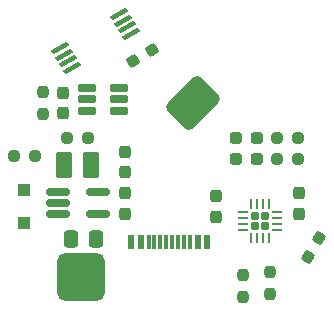
<source format=gbr>
%TF.GenerationSoftware,KiCad,Pcbnew,9.0.6*%
%TF.CreationDate,2026-01-04T02:45:32-08:00*%
%TF.ProjectId,flashlight adapter,666c6173-686c-4696-9768-742061646170,rev?*%
%TF.SameCoordinates,Original*%
%TF.FileFunction,Paste,Top*%
%TF.FilePolarity,Positive*%
%FSLAX46Y46*%
G04 Gerber Fmt 4.6, Leading zero omitted, Abs format (unit mm)*
G04 Created by KiCad (PCBNEW 9.0.6) date 2026-01-04 02:45:32*
%MOMM*%
%LPD*%
G01*
G04 APERTURE LIST*
G04 Aperture macros list*
%AMRoundRect*
0 Rectangle with rounded corners*
0 $1 Rounding radius*
0 $2 $3 $4 $5 $6 $7 $8 $9 X,Y pos of 4 corners*
0 Add a 4 corners polygon primitive as box body*
4,1,4,$2,$3,$4,$5,$6,$7,$8,$9,$2,$3,0*
0 Add four circle primitives for the rounded corners*
1,1,$1+$1,$2,$3*
1,1,$1+$1,$4,$5*
1,1,$1+$1,$6,$7*
1,1,$1+$1,$8,$9*
0 Add four rect primitives between the rounded corners*
20,1,$1+$1,$2,$3,$4,$5,0*
20,1,$1+$1,$4,$5,$6,$7,0*
20,1,$1+$1,$6,$7,$8,$9,0*
20,1,$1+$1,$8,$9,$2,$3,0*%
G04 Aperture macros list end*
%ADD10RoundRect,0.172500X0.172500X0.172500X-0.172500X0.172500X-0.172500X-0.172500X0.172500X-0.172500X0*%
%ADD11RoundRect,0.062500X0.375000X0.062500X-0.375000X0.062500X-0.375000X-0.062500X0.375000X-0.062500X0*%
%ADD12RoundRect,0.062500X0.062500X0.375000X-0.062500X0.375000X-0.062500X-0.375000X0.062500X-0.375000X0*%
%ADD13RoundRect,0.050000X-0.557199X-0.494904X0.707199X0.235096X0.557199X0.494904X-0.707199X-0.235096X0*%
%ADD14R,0.300000X1.150000*%
%ADD15R,0.600000X1.150000*%
%ADD16RoundRect,0.450000X1.838478X0.353553X0.353553X1.838478X-1.838478X-0.353553X-0.353553X-1.838478X0*%
%ADD17RoundRect,0.237500X-0.287500X-0.237500X0.287500X-0.237500X0.287500X0.237500X-0.287500X0.237500X0*%
%ADD18RoundRect,0.237500X-0.250000X-0.237500X0.250000X-0.237500X0.250000X0.237500X-0.250000X0.237500X0*%
%ADD19RoundRect,0.162500X0.617500X0.162500X-0.617500X0.162500X-0.617500X-0.162500X0.617500X-0.162500X0*%
%ADD20RoundRect,0.237500X-0.237500X0.300000X-0.237500X-0.300000X0.237500X-0.300000X0.237500X0.300000X0*%
%ADD21RoundRect,0.237500X0.237500X-0.300000X0.237500X0.300000X-0.237500X0.300000X-0.237500X-0.300000X0*%
%ADD22RoundRect,0.237500X-0.237500X0.250000X-0.237500X-0.250000X0.237500X-0.250000X0.237500X0.250000X0*%
%ADD23RoundRect,0.237500X0.237500X-0.250000X0.237500X0.250000X-0.237500X0.250000X-0.237500X-0.250000X0*%
%ADD24RoundRect,0.237500X0.080681X-0.335256X0.330681X0.097756X-0.080681X0.335256X-0.330681X-0.097756X0*%
%ADD25RoundRect,0.237500X-0.097756X-0.330681X0.335256X-0.080681X0.097756X0.330681X-0.335256X0.080681X0*%
%ADD26RoundRect,0.162500X-0.837500X-0.162500X0.837500X-0.162500X0.837500X0.162500X-0.837500X0.162500X0*%
%ADD27RoundRect,0.250000X0.300000X-0.300000X0.300000X0.300000X-0.300000X0.300000X-0.300000X-0.300000X0*%
%ADD28RoundRect,0.250001X0.462499X0.849999X-0.462499X0.849999X-0.462499X-0.849999X0.462499X-0.849999X0*%
%ADD29RoundRect,0.250000X-0.337500X-0.475000X0.337500X-0.475000X0.337500X0.475000X-0.337500X0.475000X0*%
%ADD30RoundRect,0.600000X-1.400000X-1.400000X1.400000X-1.400000X1.400000X1.400000X-1.400000X1.400000X0*%
G04 APERTURE END LIST*
D10*
%TO.C,U1*%
X153587500Y-98400000D03*
X153587500Y-97600000D03*
X152787500Y-98400000D03*
X152787500Y-97600000D03*
D11*
X154625000Y-98750000D03*
X154625000Y-98250000D03*
X154625000Y-97750000D03*
X154625000Y-97250000D03*
D12*
X153937500Y-96562500D03*
X153437500Y-96562500D03*
X152937500Y-96562500D03*
X152437500Y-96562500D03*
D11*
X151750000Y-97250000D03*
X151750000Y-97750000D03*
X151750000Y-98250000D03*
X151750000Y-98750000D03*
D12*
X152437500Y-99437500D03*
X152937500Y-99437500D03*
X153437500Y-99437500D03*
X153937500Y-99437500D03*
%TD*%
D13*
%TO.C,Q1*%
X136268347Y-83345625D03*
X136593347Y-83908542D03*
X136918347Y-84471458D03*
X137243347Y-85034375D03*
X142231653Y-82154375D03*
X141906653Y-81591458D03*
X141581653Y-81028542D03*
X141256653Y-80465625D03*
%TD*%
D14*
%TO.C,J1*%
X143750000Y-99745000D03*
X144750000Y-99745000D03*
X146250000Y-99745000D03*
X147250000Y-99745000D03*
D15*
X147900000Y-99745000D03*
X148700000Y-99745000D03*
D14*
X146750000Y-99745000D03*
X145750000Y-99745000D03*
X145250000Y-99745000D03*
X144250000Y-99745000D03*
D15*
X143100000Y-99745000D03*
X142300000Y-99745000D03*
%TD*%
D16*
%TO.C,BT-1*%
X147500000Y-88000000D03*
%TD*%
D17*
%TO.C,D2*%
X152893750Y-91000000D03*
X151143750Y-91000000D03*
%TD*%
%TO.C,D1*%
X152893750Y-92750000D03*
X151143750Y-92750000D03*
%TD*%
D18*
%TO.C,R7*%
X156431250Y-91000000D03*
X154606250Y-91000000D03*
%TD*%
%TO.C,R6*%
X154606250Y-92750000D03*
X156431250Y-92750000D03*
%TD*%
D19*
%TO.C,U2*%
X141250000Y-88650000D03*
X141250000Y-87700000D03*
X141250000Y-86750000D03*
X138550000Y-86750000D03*
X138550000Y-87700000D03*
X138550000Y-88650000D03*
%TD*%
D18*
%TO.C,R11*%
X136837500Y-91000000D03*
X138662500Y-91000000D03*
%TD*%
%TO.C,R10*%
X132337500Y-92500000D03*
X134162500Y-92500000D03*
%TD*%
D20*
%TO.C,C4*%
X136540000Y-88862500D03*
X136540000Y-87137500D03*
%TD*%
D21*
%TO.C,C1*%
X141750000Y-92137500D03*
X141750000Y-93862500D03*
%TD*%
%TO.C,C2*%
X149500000Y-95887500D03*
X149500000Y-97612500D03*
%TD*%
D20*
%TO.C,C3*%
X156500000Y-97362500D03*
X156500000Y-95637500D03*
%TD*%
%TO.C,C5*%
X141750000Y-97362500D03*
X141750000Y-95637500D03*
%TD*%
D22*
%TO.C,R4*%
X154000000Y-104162500D03*
X154000000Y-102337500D03*
%TD*%
%TO.C,R2*%
X151750000Y-104412500D03*
X151750000Y-102587500D03*
%TD*%
D23*
%TO.C,R8*%
X134790000Y-87087500D03*
X134790000Y-88912500D03*
%TD*%
D24*
%TO.C,R3*%
X158206250Y-99459752D03*
X157293750Y-101040248D03*
%TD*%
D25*
%TO.C,R9*%
X144040249Y-83543750D03*
X142459751Y-84456250D03*
%TD*%
D26*
%TO.C,U3*%
X139500000Y-95500000D03*
X139500000Y-97400000D03*
X136080000Y-97400000D03*
X136080000Y-96450000D03*
X136080000Y-95500000D03*
%TD*%
D27*
%TO.C,D3*%
X133250000Y-98149999D03*
X133250000Y-95350001D03*
%TD*%
D28*
%TO.C,L1*%
X138912500Y-93250000D03*
X136587500Y-93250000D03*
%TD*%
D29*
%TO.C,C6*%
X137212500Y-99500000D03*
X139287500Y-99500000D03*
%TD*%
D30*
%TO.C,9V+1*%
X138000000Y-102750000D03*
%TD*%
M02*

</source>
